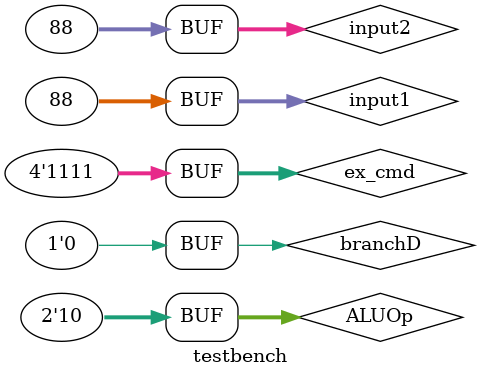
<source format=v>
`timescale 1ns/1ns

module testbench ();
    wire flag, branchD;
    wire [31:0] input1, input2, alu_out;
    wire [3:0] ex_cmd;
    wire [1:0] ALUOp;

    initial begin
        $dumpfile("testbench.vcd");
        $dumpvars(0,testbench);
    end

    assign branchD = 1'b0;
    assign input1 = 32'd88;
    assign input2 = 32'd88;
    assign ex_cmd = 4'b1111;
    assign ALUOp = 2'd2;

    ALU ALU(input1, input2, flag, ex_cmd, alu_out, ALUOp, branchD);
    // always @(*) begin
    //     $display("%0d %0d",alu_out,flag);
    // end
endmodule

</source>
